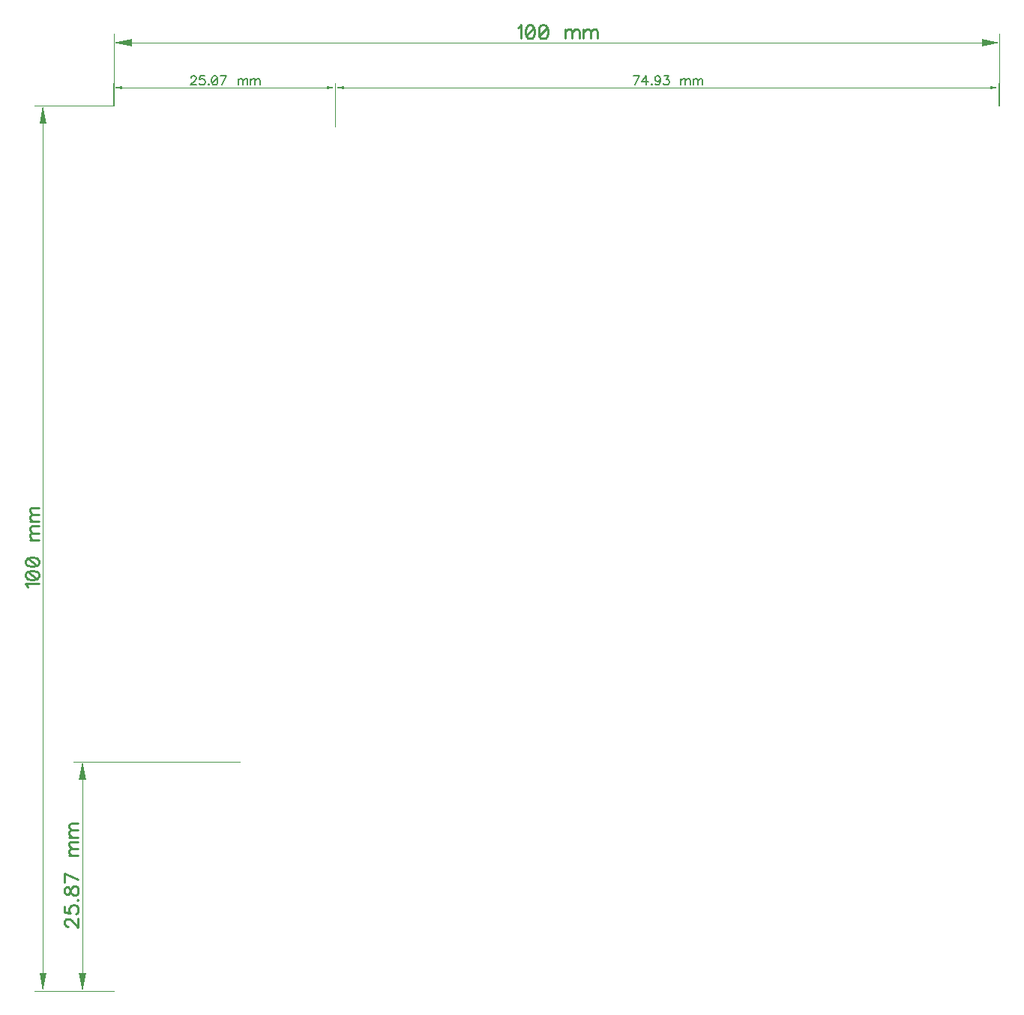
<source format=gbr>
G04 DipTrace 4.3.0.5*
G04 TopDimension.gbr*
%MOMM*%
G04 #@! TF.FileFunction,Drawing,Top*
G04 #@! TF.Part,Single*
%ADD15C,0.035*%
%ADD69C,0.15686*%
%ADD71C,0.23529*%
%FSLAX35Y35*%
G04*
G71*
G90*
G75*
G01*
G04 TopDimension*
%LPD*%
X-9993123Y5000000D2*
D15*
X-10895000D1*
X-9993123Y-5000000D2*
X-10895000D1*
X-10795000Y0D2*
Y4800000D1*
G36*
Y5000000D2*
X-10755000Y4800000D1*
X-10835000D1*
X-10795000Y5000000D1*
G37*
Y0D2*
D15*
Y-4800000D1*
G36*
Y-5000000D2*
X-10835000Y-4800000D1*
X-10755000D1*
X-10795000Y-5000000D1*
G37*
X-9993123Y5000000D2*
D15*
Y5815000D1*
X6877Y5000000D2*
Y5815000D1*
X-4993123Y5715000D2*
X-9793123D1*
G36*
X-9993123D2*
X-9793123Y5755000D1*
Y5675000D1*
X-9993123Y5715000D1*
G37*
X-4993123D2*
D15*
X-193123D1*
G36*
X6877D2*
X-193123Y5675000D1*
Y5755000D1*
X6877Y5715000D1*
G37*
X-10000000Y5000000D2*
D15*
Y5257000D1*
X-7493000Y4763127D2*
Y5257000D1*
X-8746500Y5207000D2*
X-9900000D1*
G36*
X-10000000D2*
X-9900000Y5227000D1*
Y5187000D1*
X-10000000Y5207000D1*
G37*
X-8746500D2*
D15*
X-7593000D1*
G36*
X-7493000D2*
X-7593000Y5187000D1*
Y5227000D1*
X-7493000Y5207000D1*
G37*
X0Y5000000D2*
D15*
Y5257000D1*
X-7493000Y4763127D2*
Y5257000D1*
X-3746500Y5207000D2*
X-100000D1*
G36*
X0D2*
X-100000Y5187000D1*
Y5227000D1*
X0Y5207000D1*
G37*
X-3746500D2*
D15*
X-7393000D1*
G36*
X-7493000D2*
X-7393000Y5227000D1*
Y5187000D1*
X-7493000Y5207000D1*
G37*
X-8572500Y-2413000D2*
D15*
X-10450500D1*
X-10000000Y-5000000D2*
X-10450500D1*
X-10350500Y-3706500D2*
Y-2613000D1*
G36*
Y-2413000D2*
X-10310500Y-2613000D1*
X-10390500D1*
X-10350500Y-2413000D1*
G37*
Y-3706500D2*
D15*
Y-4800000D1*
G36*
Y-5000000D2*
X-10390500Y-4800000D1*
X-10310500D1*
X-10350500Y-5000000D1*
G37*
X-10965342Y-437330D2*
D71*
X-10972755Y-422674D1*
X-10994486Y-400774D1*
X-10841523D1*
X-10994486Y-309915D2*
X-10987242Y-331815D1*
X-10965342Y-346472D1*
X-10928955Y-353715D1*
X-10907055D1*
X-10870667Y-346472D1*
X-10848767Y-331815D1*
X-10841523Y-309915D1*
Y-295428D1*
X-10848767Y-273528D1*
X-10870667Y-259040D1*
X-10907055Y-251628D1*
X-10928955D1*
X-10965342Y-259040D1*
X-10987242Y-273528D1*
X-10994486Y-295428D1*
Y-309915D1*
X-10965342Y-259040D2*
X-10870667Y-346472D1*
X-10994486Y-160769D2*
X-10987242Y-182669D1*
X-10965342Y-197325D1*
X-10928955Y-204569D1*
X-10907055D1*
X-10870667Y-197325D1*
X-10848767Y-182669D1*
X-10841523Y-160769D1*
Y-146281D1*
X-10848767Y-124381D1*
X-10870667Y-109894D1*
X-10907055Y-102481D1*
X-10928955D1*
X-10965342Y-109894D1*
X-10987242Y-124381D1*
X-10994486Y-146281D1*
Y-160769D1*
X-10965342Y-109894D2*
X-10870667Y-197325D1*
X-10943611Y92713D2*
X-10841523D1*
X-10914467D2*
X-10936367Y114613D1*
X-10943611Y129269D1*
Y151001D1*
X-10936367Y165657D1*
X-10914467Y172901D1*
X-10841523D1*
X-10914467D2*
X-10936367Y194801D1*
X-10943611Y209457D1*
Y231189D1*
X-10936367Y245845D1*
X-10914467Y253257D1*
X-10841523D1*
X-10943611Y300316D2*
X-10841523D1*
X-10914467D2*
X-10936367Y322216D1*
X-10943611Y336872D1*
Y358604D1*
X-10936367Y373260D1*
X-10914467Y380504D1*
X-10841523D1*
X-10914467D2*
X-10936367Y402404D1*
X-10943611Y417060D1*
Y438791D1*
X-10936367Y453448D1*
X-10914467Y460860D1*
X-10841523D1*
X-5430454Y5885342D2*
X-5415798Y5892755D1*
X-5393898Y5914486D1*
Y5761523D1*
X-5303039Y5914486D2*
X-5324939Y5907242D1*
X-5339595Y5885342D1*
X-5346839Y5848955D1*
Y5827055D1*
X-5339595Y5790667D1*
X-5324939Y5768767D1*
X-5303039Y5761523D1*
X-5288551D1*
X-5266651Y5768767D1*
X-5252163Y5790667D1*
X-5244751Y5827055D1*
Y5848955D1*
X-5252163Y5885342D1*
X-5266651Y5907242D1*
X-5288551Y5914486D1*
X-5303039D1*
X-5252163Y5885342D2*
X-5339595Y5790667D1*
X-5153892Y5914486D2*
X-5175792Y5907242D1*
X-5190448Y5885342D1*
X-5197692Y5848955D1*
Y5827055D1*
X-5190448Y5790667D1*
X-5175792Y5768767D1*
X-5153892Y5761523D1*
X-5139405D1*
X-5117505Y5768767D1*
X-5103017Y5790667D1*
X-5095605Y5827055D1*
Y5848955D1*
X-5103017Y5885342D1*
X-5117505Y5907242D1*
X-5139405Y5914486D1*
X-5153892D1*
X-5103017Y5885342D2*
X-5190448Y5790667D1*
X-4900410Y5863611D2*
Y5761523D1*
Y5834467D2*
X-4878510Y5856367D1*
X-4863854Y5863611D1*
X-4842122D1*
X-4827466Y5856367D1*
X-4820222Y5834467D1*
Y5761523D1*
Y5834467D2*
X-4798322Y5856367D1*
X-4783666Y5863611D1*
X-4761935D1*
X-4747278Y5856367D1*
X-4739866Y5834467D1*
Y5761523D1*
X-4692807Y5863611D2*
Y5761523D1*
Y5834467D2*
X-4670907Y5856367D1*
X-4656251Y5863611D1*
X-4634520D1*
X-4619863Y5856367D1*
X-4612620Y5834467D1*
Y5761523D1*
Y5834467D2*
X-4590720Y5856367D1*
X-4576063Y5863611D1*
X-4554332D1*
X-4539676Y5856367D1*
X-4532263Y5834467D1*
Y5761523D1*
X-9125243Y5315732D2*
D69*
Y5320561D1*
X-9120414Y5330332D1*
X-9115585Y5335161D1*
X-9105814Y5339991D1*
X-9086385D1*
X-9076726Y5335161D1*
X-9071897Y5330332D1*
X-9066955Y5320561D1*
Y5310903D1*
X-9071897Y5301132D1*
X-9081555Y5286645D1*
X-9130185Y5238015D1*
X-9062126D1*
X-8972466Y5339991D2*
X-9020983D1*
X-9025812Y5296303D1*
X-9020983Y5301132D1*
X-9006383Y5306074D1*
X-8991895D1*
X-8977295Y5301132D1*
X-8967524Y5291474D1*
X-8962695Y5276874D1*
Y5267215D1*
X-8967524Y5252615D1*
X-8977295Y5242845D1*
X-8991895Y5238015D1*
X-9006383D1*
X-9020983Y5242845D1*
X-9025812Y5247786D1*
X-9030754Y5257445D1*
X-8926493Y5247786D2*
X-8931323Y5242845D1*
X-8926493Y5238015D1*
X-8921552Y5242845D1*
X-8926493Y5247786D1*
X-8860979Y5339991D2*
X-8875579Y5335161D1*
X-8885350Y5320561D1*
X-8890179Y5296303D1*
Y5281703D1*
X-8885350Y5257445D1*
X-8875579Y5242845D1*
X-8860979Y5238015D1*
X-8851321D1*
X-8836721Y5242845D1*
X-8827062Y5257445D1*
X-8822121Y5281703D1*
Y5296303D1*
X-8827062Y5320561D1*
X-8836721Y5335161D1*
X-8851321Y5339991D1*
X-8860979D1*
X-8827062Y5320561D2*
X-8885350Y5257445D1*
X-8771319Y5238015D2*
X-8722690Y5339991D1*
X-8790748D1*
X-8592560Y5306074D2*
Y5238015D1*
Y5286645D2*
X-8577960Y5301245D1*
X-8568189Y5306074D1*
X-8553702D1*
X-8543931Y5301245D1*
X-8539102Y5286645D1*
Y5238015D1*
Y5286645D2*
X-8524502Y5301245D1*
X-8514731Y5306074D1*
X-8500243D1*
X-8490472Y5301245D1*
X-8485531Y5286645D1*
Y5238015D1*
X-8454158Y5306074D2*
Y5238015D1*
Y5286645D2*
X-8439558Y5301245D1*
X-8429788Y5306074D1*
X-8415300D1*
X-8405529Y5301245D1*
X-8400700Y5286645D1*
Y5238015D1*
Y5286645D2*
X-8386100Y5301245D1*
X-8376329Y5306074D1*
X-8361841D1*
X-8352071Y5301245D1*
X-8347129Y5286645D1*
Y5238015D1*
X-4110755D2*
X-4062126Y5339991D1*
X-4130185D1*
X-3982124Y5238015D2*
Y5339991D1*
X-4030754Y5272045D1*
X-3957866D1*
X-3921664Y5247786D2*
X-3926493Y5242845D1*
X-3921664Y5238015D1*
X-3916723Y5242845D1*
X-3921664Y5247786D1*
X-3822121Y5306074D2*
X-3827062Y5291474D1*
X-3836721Y5281703D1*
X-3851321Y5276874D1*
X-3856150D1*
X-3870750Y5281703D1*
X-3880409Y5291474D1*
X-3885350Y5306074D1*
Y5310903D1*
X-3880409Y5325503D1*
X-3870750Y5335161D1*
X-3856150Y5339991D1*
X-3851321D1*
X-3836721Y5335161D1*
X-3827062Y5325503D1*
X-3822121Y5306074D1*
Y5281703D1*
X-3827062Y5257445D1*
X-3836721Y5242845D1*
X-3851321Y5238015D1*
X-3860979D1*
X-3875579Y5242845D1*
X-3880409Y5252615D1*
X-3780978Y5339991D2*
X-3727631D1*
X-3756719Y5301132D1*
X-3742119D1*
X-3732461Y5296303D1*
X-3727631Y5291474D1*
X-3722690Y5276874D1*
Y5267215D1*
X-3727631Y5252615D1*
X-3737290Y5242845D1*
X-3751890Y5238015D1*
X-3766490D1*
X-3780978Y5242845D1*
X-3785807Y5247786D1*
X-3790748Y5257445D1*
X-3592560Y5306074D2*
Y5238015D1*
Y5286645D2*
X-3577960Y5301245D1*
X-3568189Y5306074D1*
X-3553702D1*
X-3543931Y5301245D1*
X-3539102Y5286645D1*
Y5238015D1*
Y5286645D2*
X-3524502Y5301245D1*
X-3514731Y5306074D1*
X-3500243D1*
X-3490472Y5301245D1*
X-3485531Y5286645D1*
Y5238015D1*
X-3454158Y5306074D2*
Y5238015D1*
Y5286645D2*
X-3439558Y5301245D1*
X-3429788Y5306074D1*
X-3415300D1*
X-3405529Y5301245D1*
X-3400700Y5286645D1*
Y5238015D1*
Y5286645D2*
X-3386100Y5301245D1*
X-3376329Y5306074D1*
X-3361841D1*
X-3352071Y5301245D1*
X-3347129Y5286645D1*
Y5238015D1*
X-10513598Y-4274530D2*
D71*
X-10520842D1*
X-10535498Y-4267287D1*
X-10542742Y-4260043D1*
X-10549986Y-4245387D1*
Y-4216243D1*
X-10542742Y-4201755D1*
X-10535498Y-4194511D1*
X-10520842Y-4187099D1*
X-10506355D1*
X-10491698Y-4194511D1*
X-10469967Y-4208999D1*
X-10397023Y-4281943D1*
Y-4179855D1*
X-10549986Y-4045365D2*
Y-4118140D1*
X-10484455Y-4125384D1*
X-10491698Y-4118140D1*
X-10499111Y-4096240D1*
Y-4074509D1*
X-10491698Y-4052609D1*
X-10477211Y-4037952D1*
X-10455311Y-4030709D1*
X-10440823D1*
X-10418923Y-4037952D1*
X-10404267Y-4052609D1*
X-10397023Y-4074509D1*
Y-4096240D1*
X-10404267Y-4118140D1*
X-10411679Y-4125384D1*
X-10426167Y-4132796D1*
X-10411679Y-3976406D2*
X-10404267Y-3983650D1*
X-10397023Y-3976406D1*
X-10404267Y-3968994D1*
X-10411679Y-3976406D1*
X-10549986Y-3885547D2*
X-10542742Y-3907279D1*
X-10528255Y-3914691D1*
X-10513598D1*
X-10499111Y-3907279D1*
X-10491698Y-3892791D1*
X-10484455Y-3863647D1*
X-10477211Y-3841747D1*
X-10462555Y-3827259D1*
X-10448067Y-3820015D1*
X-10426167D1*
X-10411679Y-3827259D1*
X-10404267Y-3834503D1*
X-10397023Y-3856403D1*
Y-3885547D1*
X-10404267Y-3907279D1*
X-10411679Y-3914691D1*
X-10426167Y-3921935D1*
X-10448067D1*
X-10462555Y-3914691D1*
X-10477211Y-3900035D1*
X-10484455Y-3878303D1*
X-10491698Y-3849159D1*
X-10499111Y-3834503D1*
X-10513598Y-3827259D1*
X-10528255D1*
X-10542742Y-3834503D1*
X-10549986Y-3856403D1*
Y-3885547D1*
X-10397023Y-3743813D2*
X-10549986Y-3670869D1*
Y-3772957D1*
X-10499111Y-3475674D2*
X-10397023D1*
X-10469967D2*
X-10491867Y-3453774D1*
X-10499111Y-3439118D1*
Y-3417387D1*
X-10491867Y-3402731D1*
X-10469967Y-3395487D1*
X-10397023D1*
X-10469967D2*
X-10491867Y-3373587D1*
X-10499111Y-3358931D1*
Y-3337199D1*
X-10491867Y-3322543D1*
X-10469967Y-3315131D1*
X-10397023D1*
X-10499111Y-3268072D2*
X-10397023D1*
X-10469967D2*
X-10491867Y-3246172D1*
X-10499111Y-3231516D1*
Y-3209784D1*
X-10491867Y-3195128D1*
X-10469967Y-3187884D1*
X-10397023D1*
X-10469967D2*
X-10491867Y-3165984D1*
X-10499111Y-3151328D1*
Y-3129596D1*
X-10491867Y-3114940D1*
X-10469967Y-3107528D1*
X-10397023D1*
M02*

</source>
